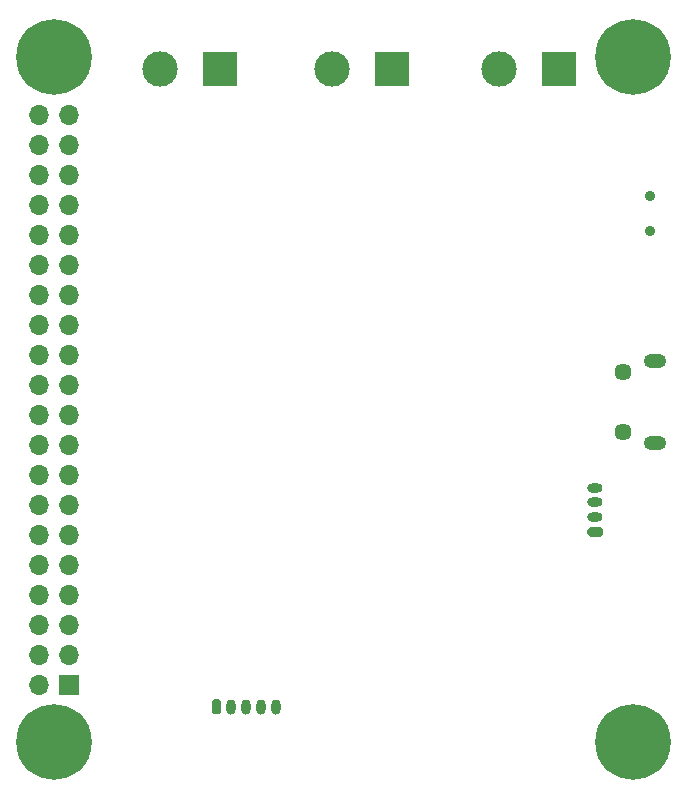
<source format=gbr>
%TF.GenerationSoftware,KiCad,Pcbnew,(5.1.7)-1*%
%TF.CreationDate,2020-11-23T19:12:34+01:00*%
%TF.ProjectId,astro_compute_board,61737472-6f5f-4636-9f6d-707574655f62,1*%
%TF.SameCoordinates,Original*%
%TF.FileFunction,Soldermask,Bot*%
%TF.FilePolarity,Negative*%
%FSLAX46Y46*%
G04 Gerber Fmt 4.6, Leading zero omitted, Abs format (unit mm)*
G04 Created by KiCad (PCBNEW (5.1.7)-1) date 2020-11-23 19:12:34*
%MOMM*%
%LPD*%
G01*
G04 APERTURE LIST*
%ADD10O,1.900000X1.200000*%
%ADD11C,1.450000*%
%ADD12C,0.800000*%
%ADD13C,6.400000*%
%ADD14O,1.300000X0.800000*%
%ADD15C,0.900000*%
%ADD16O,0.800000X1.300000*%
%ADD17C,3.000000*%
%ADD18R,3.000000X3.000000*%
%ADD19O,1.700000X1.700000*%
%ADD20R,1.700000X1.700000*%
G04 APERTURE END LIST*
D10*
%TO.C,J6*%
X202262500Y-122350000D03*
X202262500Y-129350000D03*
D11*
X199562500Y-123350000D03*
X199562500Y-128350000D03*
%TD*%
D12*
%TO.C,H4*%
X153122056Y-94927944D03*
X151425000Y-94225000D03*
X149727944Y-94927944D03*
X149025000Y-96625000D03*
X149727944Y-98322056D03*
X151425000Y-99025000D03*
X153122056Y-98322056D03*
X153825000Y-96625000D03*
D13*
X151425000Y-96625000D03*
%TD*%
D12*
%TO.C,H3*%
X153122056Y-152952944D03*
X151425000Y-152250000D03*
X149727944Y-152952944D03*
X149025000Y-154650000D03*
X149727944Y-156347056D03*
X151425000Y-157050000D03*
X153122056Y-156347056D03*
X153825000Y-154650000D03*
D13*
X151425000Y-154650000D03*
%TD*%
D12*
%TO.C,H2*%
X202122056Y-152952944D03*
X200425000Y-152250000D03*
X198727944Y-152952944D03*
X198025000Y-154650000D03*
X198727944Y-156347056D03*
X200425000Y-157050000D03*
X202122056Y-156347056D03*
X202825000Y-154650000D03*
D13*
X200425000Y-154650000D03*
%TD*%
D12*
%TO.C,H1*%
X202122056Y-94927944D03*
X200425000Y-94225000D03*
X198727944Y-94927944D03*
X198025000Y-96625000D03*
X198727944Y-98322056D03*
X200425000Y-99025000D03*
X202122056Y-98322056D03*
X202825000Y-96625000D03*
D13*
X200425000Y-96625000D03*
%TD*%
D14*
%TO.C,USART1*%
X197225000Y-133100000D03*
X197225000Y-134350000D03*
X197225000Y-135600000D03*
G36*
G01*
X197675000Y-137250000D02*
X196775000Y-137250000D01*
G75*
G02*
X196575000Y-137050000I0J200000D01*
G01*
X196575000Y-136650000D01*
G75*
G02*
X196775000Y-136450000I200000J0D01*
G01*
X197675000Y-136450000D01*
G75*
G02*
X197875000Y-136650000I0J-200000D01*
G01*
X197875000Y-137050000D01*
G75*
G02*
X197675000Y-137250000I-200000J0D01*
G01*
G37*
%TD*%
D15*
%TO.C,BOOT*%
X201855000Y-108400000D03*
X201855000Y-111400000D03*
%TD*%
D16*
%TO.C,ADC*%
X170175000Y-151650000D03*
X168925000Y-151650000D03*
X167675000Y-151650000D03*
X166425000Y-151650000D03*
G36*
G01*
X164775000Y-152100000D02*
X164775000Y-151200000D01*
G75*
G02*
X164975000Y-151000000I200000J0D01*
G01*
X165375000Y-151000000D01*
G75*
G02*
X165575000Y-151200000I0J-200000D01*
G01*
X165575000Y-152100000D01*
G75*
G02*
X165375000Y-152300000I-200000J0D01*
G01*
X164975000Y-152300000D01*
G75*
G02*
X164775000Y-152100000I0J200000D01*
G01*
G37*
%TD*%
D17*
%TO.C,J9*%
X160345000Y-97650000D03*
D18*
X165425000Y-97650000D03*
%TD*%
D19*
%TO.C,J8*%
X150135000Y-101510000D03*
X152675000Y-101510000D03*
X150135000Y-104050000D03*
X152675000Y-104050000D03*
X150135000Y-106590000D03*
X152675000Y-106590000D03*
X150135000Y-109130000D03*
X152675000Y-109130000D03*
X150135000Y-111670000D03*
X152675000Y-111670000D03*
X150135000Y-114210000D03*
X152675000Y-114210000D03*
X150135000Y-116750000D03*
X152675000Y-116750000D03*
X150135000Y-119290000D03*
X152675000Y-119290000D03*
X150135000Y-121830000D03*
X152675000Y-121830000D03*
X150135000Y-124370000D03*
X152675000Y-124370000D03*
X150135000Y-126910000D03*
X152675000Y-126910000D03*
X150135000Y-129450000D03*
X152675000Y-129450000D03*
X150135000Y-131990000D03*
X152675000Y-131990000D03*
X150135000Y-134530000D03*
X152675000Y-134530000D03*
X150135000Y-137070000D03*
X152675000Y-137070000D03*
X150135000Y-139610000D03*
X152675000Y-139610000D03*
X150135000Y-142150000D03*
X152675000Y-142150000D03*
X150135000Y-144690000D03*
X152675000Y-144690000D03*
X150135000Y-147230000D03*
X152675000Y-147230000D03*
X150135000Y-149770000D03*
D20*
X152675000Y-149770000D03*
%TD*%
D17*
%TO.C,Heater2*%
X174945000Y-97650000D03*
D18*
X180025000Y-97650000D03*
%TD*%
D17*
%TO.C,Heater1*%
X189095000Y-97640000D03*
D18*
X194175000Y-97640000D03*
%TD*%
M02*

</source>
